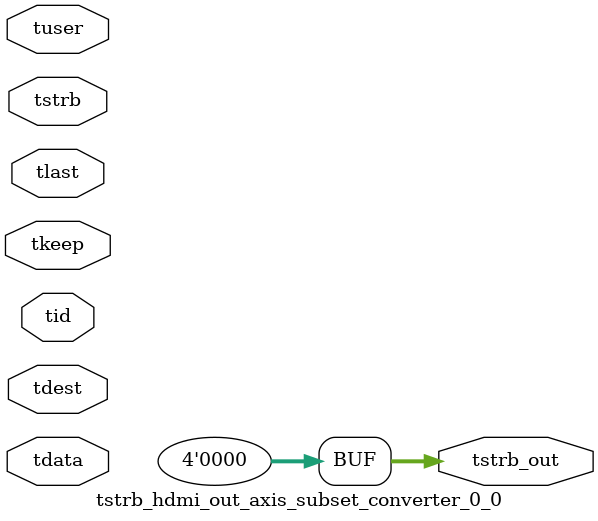
<source format=v>


`timescale 1ps/1ps

module tstrb_hdmi_out_axis_subset_converter_0_0 #
(
parameter C_S_AXIS_TDATA_WIDTH = 32,
parameter C_S_AXIS_TUSER_WIDTH = 0,
parameter C_S_AXIS_TID_WIDTH   = 0,
parameter C_S_AXIS_TDEST_WIDTH = 0,
parameter C_M_AXIS_TDATA_WIDTH = 32
)
(
input  [(C_S_AXIS_TDATA_WIDTH == 0 ? 1 : C_S_AXIS_TDATA_WIDTH)-1:0     ] tdata,
input  [(C_S_AXIS_TUSER_WIDTH == 0 ? 1 : C_S_AXIS_TUSER_WIDTH)-1:0     ] tuser,
input  [(C_S_AXIS_TID_WIDTH   == 0 ? 1 : C_S_AXIS_TID_WIDTH)-1:0       ] tid,
input  [(C_S_AXIS_TDEST_WIDTH == 0 ? 1 : C_S_AXIS_TDEST_WIDTH)-1:0     ] tdest,
input  [(C_S_AXIS_TDATA_WIDTH/8)-1:0 ] tkeep,
input  [(C_S_AXIS_TDATA_WIDTH/8)-1:0 ] tstrb,
input                                                                    tlast,
output [(C_M_AXIS_TDATA_WIDTH/8)-1:0 ] tstrb_out
);

assign tstrb_out = {1'b0};

endmodule


</source>
